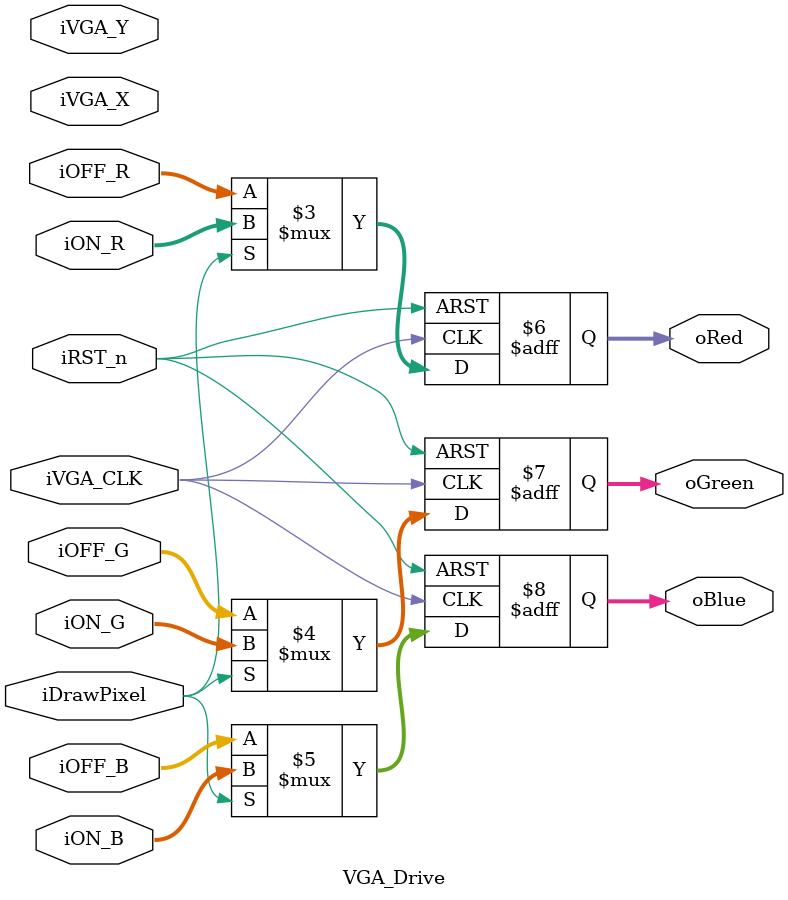
<source format=v>
module	VGA_Drive	(	
	//	Read Out Side
	oRed,
	oGreen,
	oBlue,
	iVGA_X,
	iVGA_Y,
	iVGA_CLK,
	// Draw Pixel
	iDrawPixel,
	//	CLUT
	iON_R,
	iON_G,
	iON_B,
	iOFF_R,
	iOFF_G,
	iOFF_B,
	//	Control Signals
	iRST_n
);

//	Read Out Side
output	reg	[3:0]	oRed;
output	reg	[3:0]	oGreen;
output	reg	[3:0]	oBlue;
input	[3:0]		iVGA_X;
input	[3:0]		iVGA_Y;
input				iVGA_CLK;
// Draw Pixel
input			iDrawPixel;
//	CLUT
input	[3:0]	iON_R;
input	[3:0]	iON_G;
input	[3:0]	iON_B;
input	[3:0]	iOFF_R;
input	[3:0]	iOFF_G;
input	[3:0]	iOFF_B;
//	Control Signals
input				iRST_n;

always@(posedge iVGA_CLK or negedge iRST_n)
begin
	if(!iRST_n)
	begin
		oRed	<=	0;
		oGreen	<=	0;
		oBlue	<=	0;
	end
	else
	begin
		oRed		<=	iDrawPixel ?	iON_R : iOFF_R;
		oGreen	<=	iDrawPixel ?	iON_G : iOFF_G;
		oBlue		<=	iDrawPixel ?	iON_B : iOFF_B;
	end
end

endmodule

</source>
